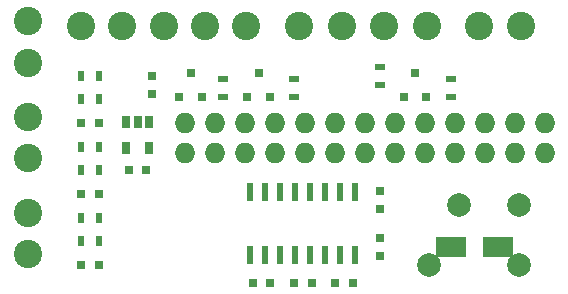
<source format=gbs>
G04 #@! TF.FileFunction,Soldermask,Bot*
%FSLAX46Y46*%
G04 Gerber Fmt 4.6, Leading zero omitted, Abs format (unit mm)*
G04 Created by KiCad (PCBNEW 4.0.2+dfsg1-stable) date Mon 03 Oct 2016 15:34:28 BST*
%MOMM*%
G01*
G04 APERTURE LIST*
%ADD10C,0.150000*%
%ADD11O,1.727200X1.727200*%
%ADD12R,0.900000X0.500000*%
%ADD13C,2.400000*%
%ADD14R,0.750000X0.800000*%
%ADD15R,0.800000X0.750000*%
%ADD16R,0.800100X0.800100*%
%ADD17R,0.500000X0.900000*%
%ADD18R,0.600000X1.500000*%
%ADD19R,0.650000X1.060000*%
%ADD20R,2.499360X1.800860*%
%ADD21C,2.000000*%
G04 APERTURE END LIST*
D10*
D11*
X145800000Y-130300000D03*
X145800000Y-127760000D03*
X148340000Y-130300000D03*
X148340000Y-127760000D03*
X150880000Y-130300000D03*
X150880000Y-127760000D03*
X153420000Y-130300000D03*
X153420000Y-127760000D03*
X155960000Y-130300000D03*
X155960000Y-127760000D03*
X158500000Y-130300000D03*
X158500000Y-127760000D03*
X161040000Y-130300000D03*
X161040000Y-127760000D03*
X163580000Y-130300000D03*
X163580000Y-127760000D03*
X166120000Y-130300000D03*
X166120000Y-127760000D03*
X168660000Y-130300000D03*
X168660000Y-127760000D03*
X171200000Y-130300000D03*
X171200000Y-127760000D03*
X173740000Y-130300000D03*
X173740000Y-127760000D03*
X176280000Y-130300000D03*
X176280000Y-127760000D03*
D12*
X162300000Y-123010000D03*
X162300000Y-124510000D03*
D13*
X174250000Y-119500000D03*
X170750000Y-119500000D03*
X132500000Y-135350000D03*
X132500000Y-138850000D03*
X132500000Y-127250000D03*
X132500000Y-130750000D03*
X132500000Y-119150000D03*
X132500000Y-122650000D03*
D14*
X143050000Y-125260000D03*
X143050000Y-123760000D03*
D15*
X141050000Y-131760000D03*
X142550000Y-131760000D03*
X138550000Y-127760000D03*
X137050000Y-127760000D03*
X138550000Y-133760000D03*
X137050000Y-133760000D03*
X138550000Y-139760000D03*
X137050000Y-139760000D03*
D14*
X162300000Y-135010000D03*
X162300000Y-133510000D03*
D15*
X160050000Y-141260000D03*
X158550000Y-141260000D03*
D14*
X162300000Y-139010000D03*
X162300000Y-137510000D03*
D15*
X156550000Y-141260000D03*
X155050000Y-141260000D03*
X151550000Y-141260000D03*
X153050000Y-141260000D03*
D13*
X137000000Y-119500000D03*
X151000000Y-119500000D03*
X140500000Y-119500000D03*
X147500000Y-119500000D03*
X144000000Y-119500000D03*
X166300000Y-119500000D03*
X155500000Y-119500000D03*
X162650000Y-119500000D03*
X159150000Y-119500000D03*
D16*
X153000000Y-125510760D03*
X151100000Y-125510760D03*
X152050000Y-123511780D03*
X147250000Y-125510760D03*
X145350000Y-125510760D03*
X146300000Y-123511780D03*
X166250000Y-125510760D03*
X164350000Y-125510760D03*
X165300000Y-123511780D03*
D17*
X138550000Y-123760000D03*
X137050000Y-123760000D03*
X138550000Y-129760000D03*
X137050000Y-129760000D03*
X138550000Y-135760000D03*
X137050000Y-135760000D03*
X138550000Y-125760000D03*
X137050000Y-125760000D03*
X138550000Y-131760000D03*
X137050000Y-131760000D03*
X138550000Y-137760000D03*
X137050000Y-137760000D03*
D12*
X155050000Y-125510000D03*
X155050000Y-124010000D03*
X149050000Y-125510000D03*
X149050000Y-124010000D03*
X168300000Y-125510000D03*
X168300000Y-124010000D03*
D18*
X160245000Y-138960000D03*
X158975000Y-138960000D03*
X157705000Y-138960000D03*
X156435000Y-138960000D03*
X155165000Y-138960000D03*
X153895000Y-138960000D03*
X152625000Y-138960000D03*
X151355000Y-138960000D03*
X151355000Y-133560000D03*
X152625000Y-133560000D03*
X153895000Y-133560000D03*
X155165000Y-133560000D03*
X156435000Y-133560000D03*
X157705000Y-133560000D03*
X158975000Y-133560000D03*
X160245000Y-133560000D03*
D19*
X140850000Y-127660000D03*
X141800000Y-127660000D03*
X142750000Y-127660000D03*
X142750000Y-129860000D03*
X140850000Y-129860000D03*
D20*
X172298980Y-138260000D03*
X168301020Y-138260000D03*
D21*
X174110000Y-139800000D03*
X174110000Y-134720000D03*
X166490000Y-139800000D03*
X169030000Y-134720000D03*
M02*

</source>
